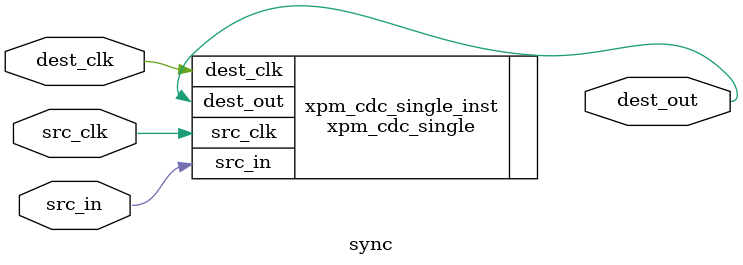
<source format=v>
`timescale 1ns / 1ps

module sync #(
parameter DEST_SYNC_FF = 4,
parameter INIT_SYNC_FF = 0,
parameter SIM_ASSERT_CHK = 0,
parameter SRC_INPUT_REG = 1

)
(
 input src_in,
 output dest_out,
 input src_clk,
 input dest_clk
 
);

 xpm_cdc_single #(
      .DEST_SYNC_FF(DEST_SYNC_FF),   // DECIMAL; range: 2-10
      .INIT_SYNC_FF(INIT_SYNC_FF),   // DECIMAL; 0=disable simulation init values, 1=enable simulation init values
      .SIM_ASSERT_CHK(SIM_ASSERT_CHK), // DECIMAL; 0=disable simulation messages, 1=enable simulation messages
      .SRC_INPUT_REG(SRC_INPUT_REG)   // DECIMAL; 0=do not register input, 1=register input
   )
   xpm_cdc_single_inst (
      .dest_out(dest_out), // 1-bit output: src_in synchronized to the destination clock domain. This output is
                           // registered.

      .dest_clk(dest_clk), // 1-bit input: Clock signal for the destination clock domain.
      .src_clk(src_clk),   // 1-bit input: optional; required when SRC_INPUT_REG = 1
      .src_in(src_in)      // 1-bit input: Input signal to be synchronized to dest_clk domain.
   );

endmodule
</source>
